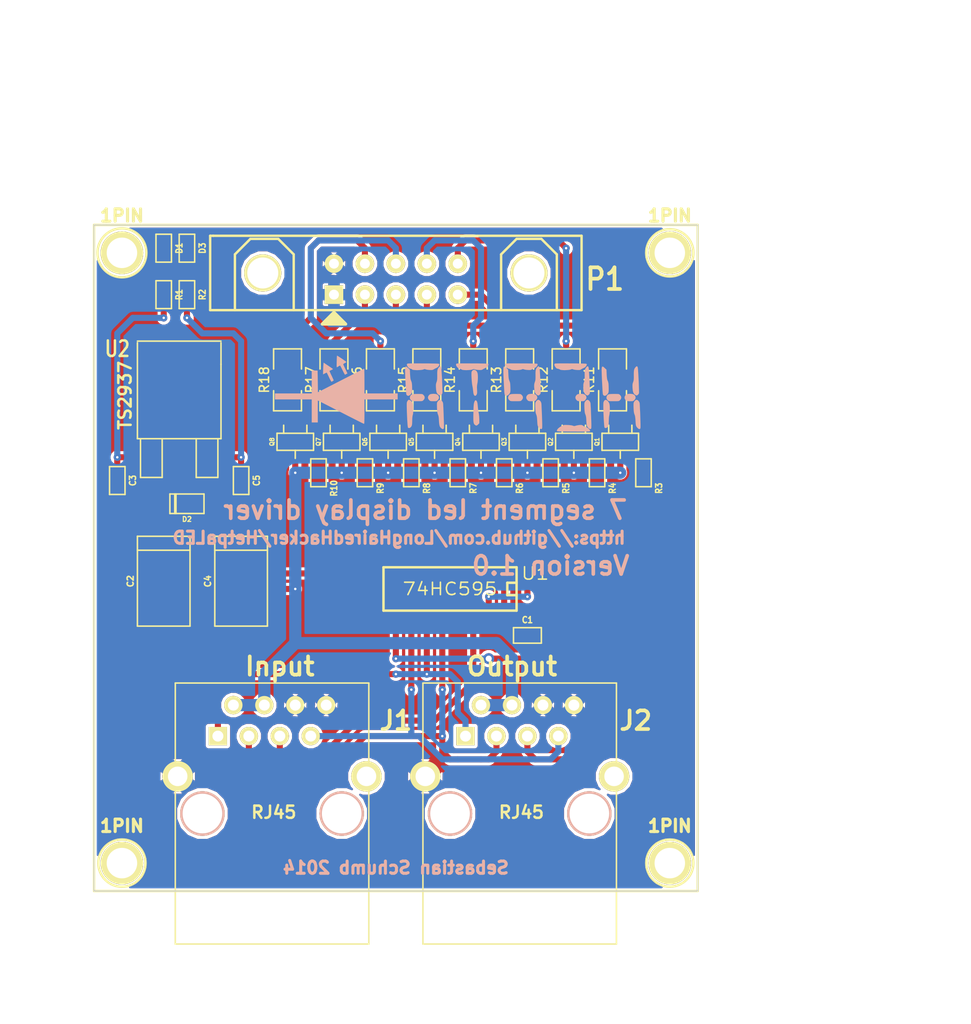
<source format=kicad_pcb>
(kicad_pcb (version 3) (host pcbnew "(2013-may-18)-stable")
  (layers (15 F.Cu signal) (0 B.Cu signal) (18 B.Paste user) (19 F.Paste user) (20 B.SilkS user) (21 F.SilkS user) (22 B.Mask user) (23 F.Mask user) (28 Edge.Cuts user))
  (net 0 "")
  (net 1 +24V)
  (net 2 +5V)
  (net 3 Clock)
  (net 4 Data_In)
  (net 5 Data_Out)
  (net 6 Enable)
  (net 7 FET_1)
  (net 8 FET_2)
  (net 9 FET_3)
  (net 10 FET_4)
  (net 11 FET_5)
  (net 12 FET_6)
  (net 13 FET_7)
  (net 14 FET_8)
  (net 15 GND)
  (net 16 N-000001)
  (net 17 N-0000010)
  (net 18 N-0000011)
  (net 19 N-0000021)
  (net 20 N-0000022)
  (net 21 N-0000024)
  (net 22 N-0000026)
  (net 23 N-000003)
  (net 24 N-0000033)
  (net 25 N-0000034)
  (net 26 N-0000036)
  (net 27 N-0000037)
  (net 28 N-000004)
  (net 29 N-0000041)
  (net 30 N-0000042)
  (net 31 N-000005)
  (net 32 N-000007)
  (net 33 N-000009)
  (net 34 Reset)
  (net 35 SEG_1)
  (net 36 SEG_2)
  (net 37 SEG_3)
  (net 38 SEG_4)
  (net 39 SEG_5)
  (net 40 SEG_6)
  (net 41 SEG_7)
  (net 42 SEG_8)
  (module 1pin (layer F.Cu) (at 101.981 36.576)
    (fp_text reference 1PIN (at 0 -3.048) (layer F.SilkS) (effects (font (size 1.016 1.016) (thickness 0.254))))
    (fp_text value P*** hide)
    (pad 1 thru_hole circle (at 0 0) (size 3.5 3.5) (drill 2.5) (layers *.Cu *.Mask F.SilkS))
  )
  (module 1pin (layer F.Cu) (at 101.981 86.614)
    (fp_text reference 1PIN (at 0 -3.048) (layer F.SilkS) (effects (font (size 1.016 1.016) (thickness 0.254))))
    (fp_text value P*** hide)
    (pad 1 thru_hole circle (at 0 0) (size 3.5 3.5) (drill 2.5) (layers *.Cu *.Mask F.SilkS))
  )
  (module 1pin (layer F.Cu) (at 146.939 86.614)
    (fp_text reference 1PIN (at 0 -3.048) (layer F.SilkS) (effects (font (size 1.016 1.016) (thickness 0.254))))
    (fp_text value P*** hide)
    (pad 1 thru_hole circle (at 0 0) (size 3.5 3.5) (drill 2.5) (layers *.Cu *.Mask F.SilkS))
  )
  (module 1pin (layer F.Cu) (at 146.939 36.576)
    (fp_text reference 1PIN (at 0 -3.048) (layer F.SilkS) (effects (font (size 1.016 1.016) (thickness 0.254))))
    (fp_text value P*** hide)
    (pad 1 thru_hole circle (at 0 0) (size 3.5 3.5) (drill 2.5) (layers *.Cu *.Mask F.SilkS))
  )
  (module HE10-10C (layer F.Cu) (at 124.46 38.735 180)
    (fp_text reference P1 (at -17.145 0 360) (layer F.SilkS) (effects (font (size 1.77546 1.5875) (thickness 0.3048))))
    (fp_text value HE10-10 hide)
    (pad 0 thru_hole circle (at -10.922 0.508 180) (size 3.048 3.048) (drill 2.54) (layers *.Cu *.Mask F.SilkS))
    (pad 0 thru_hole circle (at 10.922 0.508 180) (size 3.048 3.048) (drill 2.54) (layers *.Cu *.Mask F.SilkS))
    (pad 1 thru_hole rect (at 5.08 -1.27 180) (size 1.524 1.524) (drill 0.8128) (layers *.Cu *.Mask F.SilkS) (net 15 GND))
    (pad 2 thru_hole circle (at 5.08 1.27 180) (size 1.524 1.524) (drill 0.8128) (layers *.Cu *.Mask F.SilkS) (net 15 GND))
    (pad 3 thru_hole circle (at 2.54 -1.27 180) (size 1.524 1.524) (drill 0.8128) (layers *.Cu *.Mask F.SilkS) (net 41 SEG_7))
    (pad 4 thru_hole circle (at 2.54 1.27 180) (size 1.524 1.524) (drill 0.8128) (layers *.Cu *.Mask F.SilkS) (net 42 SEG_8))
    (pad 5 thru_hole circle (at 0 -1.27 180) (size 1.524 1.524) (drill 0.8128) (layers *.Cu *.Mask F.SilkS) (net 39 SEG_5))
    (pad 6 thru_hole circle (at 0 1.27 180) (size 1.524 1.524) (drill 0.8128) (layers *.Cu *.Mask F.SilkS) (net 40 SEG_6))
    (pad 7 thru_hole circle (at -2.54 -1.27 180) (size 1.524 1.524) (drill 0.8128) (layers *.Cu *.Mask F.SilkS) (net 37 SEG_3))
    (pad 8 thru_hole circle (at -2.54 1.27 180) (size 1.524 1.524) (drill 0.8128) (layers *.Cu *.Mask F.SilkS) (net 38 SEG_4))
    (pad 9 thru_hole circle (at -5.08 -1.27 180) (size 1.524 1.524) (drill 0.8128) (layers *.Cu *.Mask F.SilkS) (net 35 SEG_1))
    (pad 10 thru_hole circle (at -5.08 1.27 180) (size 1.524 1.524) (drill 0.8128) (layers *.Cu *.Mask F.SilkS) (net 36 SEG_2))
  )
  (module c_tant_D (layer F.Cu) (at 111.76 63.5 90)
    (fp_text reference C4 (at 0 -2.7305 90) (layer F.SilkS) (effects (font (size 0.50038 0.50038) (thickness 0.11938))))
    (fp_text value 10uF hide)
    (pad 1 smd rect (at 2.99974 0 90) (size 2.55016 2.70002) (layers F.Cu F.Paste F.Mask) (net 2 +5V))
    (pad 2 smd rect (at -2.99974 0 90) (size 2.55016 3.79984) (layers F.Cu F.Paste F.Mask) (net 15 GND))
  )
  (module sot23 (layer F.Cu) (at 120.015 52.07 180)
    (fp_text reference Q7 (at 1.905 0 270) (layer F.SilkS) (effects (font (size 0.35 0.35) (thickness 0.0875))))
    (fp_text value NDS355 hide)
    (pad 1 smd rect (at -0.9525 1.05664 180) (size 0.59944 1.00076) (layers F.Cu F.Paste F.Mask) (net 26 N-0000036))
    (pad 2 smd rect (at 0 -1.05664 180) (size 0.59944 1.00076) (layers F.Cu F.Paste F.Mask) (net 1 +24V))
    (pad 3 smd rect (at 0.9525 1.05664 180) (size 0.59944 1.00076) (layers F.Cu F.Paste F.Mask) (net 25 N-0000034))
  )
  (module sot23 (layer F.Cu) (at 142.875 52.07 180)
    (fp_text reference Q1 (at 1.905 0 270) (layer F.SilkS) (effects (font (size 0.35 0.35) (thickness 0.0875))))
    (fp_text value NDS355 hide)
    (pad 1 smd rect (at -0.9525 1.05664 180) (size 0.59944 1.00076) (layers F.Cu F.Paste F.Mask) (net 19 N-0000021))
    (pad 2 smd rect (at 0 -1.05664 180) (size 0.59944 1.00076) (layers F.Cu F.Paste F.Mask) (net 1 +24V))
    (pad 3 smd rect (at 0.9525 1.05664 180) (size 0.59944 1.00076) (layers F.Cu F.Paste F.Mask) (net 18 N-0000011))
  )
  (module sot23 (layer F.Cu) (at 123.825 52.07 180)
    (fp_text reference Q6 (at 1.905 0 270) (layer F.SilkS) (effects (font (size 0.35 0.35) (thickness 0.0875))))
    (fp_text value NDS355 hide)
    (pad 1 smd rect (at -0.9525 1.05664 180) (size 0.59944 1.00076) (layers F.Cu F.Paste F.Mask) (net 24 N-0000033))
    (pad 2 smd rect (at 0 -1.05664 180) (size 0.59944 1.00076) (layers F.Cu F.Paste F.Mask) (net 1 +24V))
    (pad 3 smd rect (at 0.9525 1.05664 180) (size 0.59944 1.00076) (layers F.Cu F.Paste F.Mask) (net 17 N-0000010))
  )
  (module sot23 (layer F.Cu) (at 139.065 52.07 180)
    (fp_text reference Q2 (at 1.905 0 270) (layer F.SilkS) (effects (font (size 0.35 0.35) (thickness 0.0875))))
    (fp_text value NDS355 hide)
    (pad 1 smd rect (at -0.9525 1.05664 180) (size 0.59944 1.00076) (layers F.Cu F.Paste F.Mask) (net 21 N-0000024))
    (pad 2 smd rect (at 0 -1.05664 180) (size 0.59944 1.00076) (layers F.Cu F.Paste F.Mask) (net 1 +24V))
    (pad 3 smd rect (at 0.9525 1.05664 180) (size 0.59944 1.00076) (layers F.Cu F.Paste F.Mask) (net 20 N-0000022))
  )
  (module sot23 (layer F.Cu) (at 116.205 52.07 180)
    (fp_text reference Q8 (at 1.905 0 270) (layer F.SilkS) (effects (font (size 0.35 0.35) (thickness 0.0875))))
    (fp_text value NDS355 hide)
    (pad 1 smd rect (at -0.9525 1.05664 180) (size 0.59944 1.00076) (layers F.Cu F.Paste F.Mask) (net 22 N-0000026))
    (pad 2 smd rect (at 0 -1.05664 180) (size 0.59944 1.00076) (layers F.Cu F.Paste F.Mask) (net 1 +24V))
    (pad 3 smd rect (at 0.9525 1.05664 180) (size 0.59944 1.00076) (layers F.Cu F.Paste F.Mask) (net 27 N-0000037))
  )
  (module sot23 (layer F.Cu) (at 135.255 52.07 180)
    (fp_text reference Q3 (at 1.905 0 270) (layer F.SilkS) (effects (font (size 0.35 0.35) (thickness 0.0875))))
    (fp_text value NDS355 hide)
    (pad 1 smd rect (at -0.9525 1.05664 180) (size 0.59944 1.00076) (layers F.Cu F.Paste F.Mask) (net 28 N-000004))
    (pad 2 smd rect (at 0 -1.05664 180) (size 0.59944 1.00076) (layers F.Cu F.Paste F.Mask) (net 1 +24V))
    (pad 3 smd rect (at 0.9525 1.05664 180) (size 0.59944 1.00076) (layers F.Cu F.Paste F.Mask) (net 23 N-000003))
  )
  (module sot23 (layer F.Cu) (at 131.445 52.07 180)
    (fp_text reference Q4 (at 1.905 0 270) (layer F.SilkS) (effects (font (size 0.35 0.35) (thickness 0.0875))))
    (fp_text value NDS355 hide)
    (pad 1 smd rect (at -0.9525 1.05664 180) (size 0.59944 1.00076) (layers F.Cu F.Paste F.Mask) (net 16 N-000001))
    (pad 2 smd rect (at 0 -1.05664 180) (size 0.59944 1.00076) (layers F.Cu F.Paste F.Mask) (net 1 +24V))
    (pad 3 smd rect (at 0.9525 1.05664 180) (size 0.59944 1.00076) (layers F.Cu F.Paste F.Mask) (net 31 N-000005))
  )
  (module sot23 (layer F.Cu) (at 127.635 52.07 180)
    (fp_text reference Q5 (at 1.905 0 270) (layer F.SilkS) (effects (font (size 0.35 0.35) (thickness 0.0875))))
    (fp_text value NDS355 hide)
    (pad 1 smd rect (at -0.9525 1.05664 180) (size 0.59944 1.00076) (layers F.Cu F.Paste F.Mask) (net 33 N-000009))
    (pad 2 smd rect (at 0 -1.05664 180) (size 0.59944 1.00076) (layers F.Cu F.Paste F.Mask) (net 1 +24V))
    (pad 3 smd rect (at 0.9525 1.05664 180) (size 0.59944 1.00076) (layers F.Cu F.Paste F.Mask) (net 32 N-000007))
  )
  (module sod123 (layer F.Cu) (at 107.315 57.15 180)
    (fp_text reference D2 (at 0 -1.27 180) (layer F.SilkS) (effects (font (size 0.39878 0.39878) (thickness 0.09906))))
    (fp_text value BAT42W hide)
    (pad 2 smd rect (at 1.67386 0 180) (size 0.8509 0.8509) (layers F.Cu F.Paste F.Mask) (net 1 +24V))
    (pad 1 smd rect (at -1.67386 0 180) (size 0.8509 0.8509) (layers F.Cu F.Paste F.Mask) (net 2 +5V))
  )
  (module SO16E (layer F.Cu) (at 128.905 64.135 180)
    (fp_text reference U1 (at -6.985 1.27 180) (layer F.SilkS) (effects (font (size 1.016 1.143) (thickness 0.127))))
    (fp_text value 74HC595 (at 0 0 180) (layer F.SilkS) (effects (font (size 1.016 1.143) (thickness 0.127))))
    (pad 1 smd rect (at -4.445 2.54 180) (size 0.508 1.143) (layers F.Cu F.Paste F.Mask) (net 8 FET_2))
    (pad 2 smd rect (at -3.175 2.54 180) (size 0.508 1.143) (layers F.Cu F.Paste F.Mask) (net 9 FET_3))
    (pad 3 smd rect (at -1.905 2.54 180) (size 0.508 1.143) (layers F.Cu F.Paste F.Mask) (net 10 FET_4))
    (pad 4 smd rect (at -0.635 2.54 180) (size 0.508 1.143) (layers F.Cu F.Paste F.Mask) (net 11 FET_5))
    (pad 5 smd rect (at 0.635 2.54 180) (size 0.508 1.143) (layers F.Cu F.Paste F.Mask) (net 12 FET_6))
    (pad 6 smd rect (at 1.905 2.54 180) (size 0.508 1.143) (layers F.Cu F.Paste F.Mask) (net 13 FET_7))
    (pad 7 smd rect (at 3.175 2.54 180) (size 0.508 1.143) (layers F.Cu F.Paste F.Mask) (net 14 FET_8))
    (pad 8 smd rect (at 4.445 2.54 180) (size 0.508 1.143) (layers F.Cu F.Paste F.Mask) (net 15 GND))
    (pad 9 smd rect (at 4.445 -2.54 180) (size 0.508 1.143) (layers F.Cu F.Paste F.Mask) (net 5 Data_Out))
    (pad 10 smd rect (at 3.175 -2.54 180) (size 0.508 1.143) (layers F.Cu F.Paste F.Mask) (net 34 Reset))
    (pad 11 smd rect (at 1.905 -2.54 180) (size 0.508 1.143) (layers F.Cu F.Paste F.Mask) (net 3 Clock))
    (pad 12 smd rect (at 0.635 -2.54 180) (size 0.508 1.143) (layers F.Cu F.Paste F.Mask) (net 6 Enable))
    (pad 13 smd rect (at -0.635 -2.54 180) (size 0.508 1.143) (layers F.Cu F.Paste F.Mask) (net 15 GND))
    (pad 14 smd rect (at -1.905 -2.54 180) (size 0.508 1.143) (layers F.Cu F.Paste F.Mask) (net 4 Data_In))
    (pad 15 smd rect (at -3.175 -2.54 180) (size 0.508 1.143) (layers F.Cu F.Paste F.Mask) (net 7 FET_1))
    (pad 16 smd rect (at -4.445 -2.54 180) (size 0.508 1.143) (layers F.Cu F.Paste F.Mask) (net 2 +5V))
  )
  (module SM1206 (layer F.Cu) (at 130.81 46.99 90)
    (fp_text reference R14 (at 0 -1.905 90) (layer F.SilkS) (effects (font (size 0.762 0.762) (thickness 0.127))))
    (fp_text value 160 hide)
    (pad 1 smd rect (at -1.651 0 90) (size 1.524 2.032) (layers F.Cu F.Paste F.Mask) (net 31 N-000005))
    (pad 2 smd rect (at 1.651 0 90) (size 1.524 2.032) (layers F.Cu F.Paste F.Mask) (net 38 SEG_4))
  )
  (module SM1206 (layer F.Cu) (at 123.19 46.99 90)
    (fp_text reference R16 (at 0 -1.905 90) (layer F.SilkS) (effects (font (size 0.762 0.762) (thickness 0.127))))
    (fp_text value 160 hide)
    (pad 1 smd rect (at -1.651 0 90) (size 1.524 2.032) (layers F.Cu F.Paste F.Mask) (net 17 N-0000010))
    (pad 2 smd rect (at 1.651 0 90) (size 1.524 2.032) (layers F.Cu F.Paste F.Mask) (net 40 SEG_6))
  )
  (module SM1206 (layer F.Cu) (at 127 46.99 90)
    (fp_text reference R15 (at 0 -1.905 90) (layer F.SilkS) (effects (font (size 0.762 0.762) (thickness 0.127))))
    (fp_text value 160 hide)
    (pad 1 smd rect (at -1.651 0 90) (size 1.524 2.032) (layers F.Cu F.Paste F.Mask) (net 32 N-000007))
    (pad 2 smd rect (at 1.651 0 90) (size 1.524 2.032) (layers F.Cu F.Paste F.Mask) (net 39 SEG_5))
  )
  (module SM1206 (layer F.Cu) (at 119.38 46.99 90)
    (fp_text reference R17 (at 0 -1.905 90) (layer F.SilkS) (effects (font (size 0.762 0.762) (thickness 0.127))))
    (fp_text value 470 hide)
    (pad 1 smd rect (at -1.651 0 90) (size 1.524 2.032) (layers F.Cu F.Paste F.Mask) (net 25 N-0000034))
    (pad 2 smd rect (at 1.651 0 90) (size 1.524 2.032) (layers F.Cu F.Paste F.Mask) (net 41 SEG_7))
  )
  (module SM1206 (layer F.Cu) (at 134.62 46.99 90)
    (fp_text reference R13 (at 0 -1.905 90) (layer F.SilkS) (effects (font (size 0.762 0.762) (thickness 0.127))))
    (fp_text value 160 hide)
    (pad 1 smd rect (at -1.651 0 90) (size 1.524 2.032) (layers F.Cu F.Paste F.Mask) (net 23 N-000003))
    (pad 2 smd rect (at 1.651 0 90) (size 1.524 2.032) (layers F.Cu F.Paste F.Mask) (net 37 SEG_3))
  )
  (module SM1206 (layer F.Cu) (at 138.43 46.99 90)
    (fp_text reference R12 (at 0 -1.905 90) (layer F.SilkS) (effects (font (size 0.762 0.762) (thickness 0.127))))
    (fp_text value 160 hide)
    (pad 1 smd rect (at -1.651 0 90) (size 1.524 2.032) (layers F.Cu F.Paste F.Mask) (net 20 N-0000022))
    (pad 2 smd rect (at 1.651 0 90) (size 1.524 2.032) (layers F.Cu F.Paste F.Mask) (net 36 SEG_2))
  )
  (module SM1206 (layer F.Cu) (at 142.24 46.99 90)
    (fp_text reference R11 (at 0 -1.905 90) (layer F.SilkS) (effects (font (size 0.762 0.762) (thickness 0.127))))
    (fp_text value 160 hide)
    (pad 1 smd rect (at -1.651 0 90) (size 1.524 2.032) (layers F.Cu F.Paste F.Mask) (net 18 N-0000011))
    (pad 2 smd rect (at 1.651 0 90) (size 1.524 2.032) (layers F.Cu F.Paste F.Mask) (net 35 SEG_1))
  )
  (module SM1206 (layer F.Cu) (at 115.57 46.99 90)
    (fp_text reference R18 (at 0 -1.905 90) (layer F.SilkS) (effects (font (size 0.762 0.762) (thickness 0.127))))
    (fp_text value 470 hide)
    (pad 1 smd rect (at -1.651 0 90) (size 1.524 2.032) (layers F.Cu F.Paste F.Mask) (net 27 N-0000037))
    (pad 2 smd rect (at 1.651 0 90) (size 1.524 2.032) (layers F.Cu F.Paste F.Mask) (net 42 SEG_8))
  )
  (module SM0603 (layer F.Cu) (at 107.315 40.005 90)
    (fp_text reference R2 (at 0 1.27 90) (layer F.SilkS) (effects (font (size 0.508 0.4572) (thickness 0.1143))))
    (fp_text value 1k hide)
    (pad 1 smd rect (at -0.762 0 90) (size 0.635 1.143) (layers F.Cu F.Paste F.Mask) (net 2 +5V))
    (pad 2 smd rect (at 0.762 0 90) (size 0.635 1.143) (layers F.Cu F.Paste F.Mask) (net 30 N-0000042))
  )
  (module SM0603 (layer F.Cu) (at 144.78 54.61 270)
    (fp_text reference R3 (at 1.27 -1.27 270) (layer F.SilkS) (effects (font (size 0.508 0.4572) (thickness 0.1143))))
    (fp_text value 200 hide)
    (pad 1 smd rect (at -0.762 0 270) (size 0.635 1.143) (layers F.Cu F.Paste F.Mask) (net 19 N-0000021))
    (pad 2 smd rect (at 0.762 0 270) (size 0.635 1.143) (layers F.Cu F.Paste F.Mask) (net 7 FET_1))
  )
  (module SM0603 (layer F.Cu) (at 101.6 55.245 270)
    (fp_text reference C3 (at 0 -1.27 270) (layer F.SilkS) (effects (font (size 0.508 0.4572) (thickness 0.1143))))
    (fp_text value 100nF hide)
    (pad 1 smd rect (at -0.762 0 270) (size 0.635 1.143) (layers F.Cu F.Paste F.Mask) (net 1 +24V))
    (pad 2 smd rect (at 0.762 0 270) (size 0.635 1.143) (layers F.Cu F.Paste F.Mask) (net 15 GND))
  )
  (module SM0603 (layer F.Cu) (at 140.97 54.61 270)
    (fp_text reference R4 (at 1.27 -1.27 270) (layer F.SilkS) (effects (font (size 0.508 0.4572) (thickness 0.1143))))
    (fp_text value 200 hide)
    (pad 1 smd rect (at -0.762 0 270) (size 0.635 1.143) (layers F.Cu F.Paste F.Mask) (net 21 N-0000024))
    (pad 2 smd rect (at 0.762 0 270) (size 0.635 1.143) (layers F.Cu F.Paste F.Mask) (net 8 FET_2))
  )
  (module SM0603 (layer F.Cu) (at 137.16 54.61 270)
    (fp_text reference R5 (at 1.27 -1.27 270) (layer F.SilkS) (effects (font (size 0.508 0.4572) (thickness 0.1143))))
    (fp_text value 200 hide)
    (pad 1 smd rect (at -0.762 0 270) (size 0.635 1.143) (layers F.Cu F.Paste F.Mask) (net 28 N-000004))
    (pad 2 smd rect (at 0.762 0 270) (size 0.635 1.143) (layers F.Cu F.Paste F.Mask) (net 9 FET_3))
  )
  (module SM0603 (layer F.Cu) (at 133.35 54.61 270)
    (fp_text reference R6 (at 1.27 -1.27 270) (layer F.SilkS) (effects (font (size 0.508 0.4572) (thickness 0.1143))))
    (fp_text value 200 hide)
    (pad 1 smd rect (at -0.762 0 270) (size 0.635 1.143) (layers F.Cu F.Paste F.Mask) (net 16 N-000001))
    (pad 2 smd rect (at 0.762 0 270) (size 0.635 1.143) (layers F.Cu F.Paste F.Mask) (net 10 FET_4))
  )
  (module SM0603 (layer F.Cu) (at 107.315 36.195 90)
    (fp_text reference D3 (at 0 1.27 90) (layer F.SilkS) (effects (font (size 0.508 0.4572) (thickness 0.1143))))
    (fp_text value LED hide)
    (pad 1 smd rect (at -0.762 0 90) (size 0.635 1.143) (layers F.Cu F.Paste F.Mask) (net 30 N-0000042))
    (pad 2 smd rect (at 0.762 0 90) (size 0.635 1.143) (layers F.Cu F.Paste F.Mask) (net 15 GND))
  )
  (module SM0603 (layer F.Cu) (at 105.41 40.005 90)
    (fp_text reference R1 (at 0 1.27 90) (layer F.SilkS) (effects (font (size 0.508 0.4572) (thickness 0.1143))))
    (fp_text value 1k hide)
    (pad 1 smd rect (at -0.762 0 90) (size 0.635 1.143) (layers F.Cu F.Paste F.Mask) (net 1 +24V))
    (pad 2 smd rect (at 0.762 0 90) (size 0.635 1.143) (layers F.Cu F.Paste F.Mask) (net 29 N-0000041))
  )
  (module SM0603 (layer F.Cu) (at 129.54 54.61 270)
    (fp_text reference R7 (at 1.27 -1.27 270) (layer F.SilkS) (effects (font (size 0.508 0.4572) (thickness 0.1143))))
    (fp_text value 200 hide)
    (pad 1 smd rect (at -0.762 0 270) (size 0.635 1.143) (layers F.Cu F.Paste F.Mask) (net 33 N-000009))
    (pad 2 smd rect (at 0.762 0 270) (size 0.635 1.143) (layers F.Cu F.Paste F.Mask) (net 11 FET_5))
  )
  (module SM0603 (layer F.Cu) (at 105.41 36.195 90)
    (fp_text reference D1 (at 0 1.27 90) (layer F.SilkS) (effects (font (size 0.508 0.4572) (thickness 0.1143))))
    (fp_text value LED hide)
    (pad 1 smd rect (at -0.762 0 90) (size 0.635 1.143) (layers F.Cu F.Paste F.Mask) (net 29 N-0000041))
    (pad 2 smd rect (at 0.762 0 90) (size 0.635 1.143) (layers F.Cu F.Paste F.Mask) (net 15 GND))
  )
  (module SM0603 (layer F.Cu) (at 135.255 67.945)
    (fp_text reference C1 (at 0 -1.27) (layer F.SilkS) (effects (font (size 0.508 0.4572) (thickness 0.1143))))
    (fp_text value 100n hide)
    (pad 1 smd rect (at -0.762 0) (size 0.635 1.143) (layers F.Cu F.Paste F.Mask) (net 2 +5V))
    (pad 2 smd rect (at 0.762 0) (size 0.635 1.143) (layers F.Cu F.Paste F.Mask) (net 15 GND))
  )
  (module SM0603 (layer F.Cu) (at 125.73 54.61 270)
    (fp_text reference R8 (at 1.27 -1.27 270) (layer F.SilkS) (effects (font (size 0.508 0.4572) (thickness 0.1143))))
    (fp_text value 200 hide)
    (pad 1 smd rect (at -0.762 0 270) (size 0.635 1.143) (layers F.Cu F.Paste F.Mask) (net 24 N-0000033))
    (pad 2 smd rect (at 0.762 0 270) (size 0.635 1.143) (layers F.Cu F.Paste F.Mask) (net 12 FET_6))
  )
  (module SM0603 (layer F.Cu) (at 118.11 54.61 270)
    (fp_text reference R10 (at 1.27 -1.27 270) (layer F.SilkS) (effects (font (size 0.508 0.4572) (thickness 0.1143))))
    (fp_text value 200 hide)
    (pad 1 smd rect (at -0.762 0 270) (size 0.635 1.143) (layers F.Cu F.Paste F.Mask) (net 22 N-0000026))
    (pad 2 smd rect (at 0.762 0 270) (size 0.635 1.143) (layers F.Cu F.Paste F.Mask) (net 14 FET_8))
  )
  (module SM0603 (layer F.Cu) (at 121.92 54.61 270)
    (fp_text reference R9 (at 1.27 -1.27 270) (layer F.SilkS) (effects (font (size 0.508 0.4572) (thickness 0.1143))))
    (fp_text value 200 hide)
    (pad 1 smd rect (at -0.762 0 270) (size 0.635 1.143) (layers F.Cu F.Paste F.Mask) (net 26 N-0000036))
    (pad 2 smd rect (at 0.762 0 270) (size 0.635 1.143) (layers F.Cu F.Paste F.Mask) (net 13 FET_7))
  )
  (module RJ45_MEBP_8-8G (layer F.Cu) (at 114.3 82.55)
    (fp_text reference J1 (at 10.16 -7.62) (layer F.SilkS) (effects (font (size 1.524 1.524) (thickness 0.3048))))
    (fp_text value RJ45 (at 0.14224 -0.1016) (layer F.SilkS) (effects (font (size 1.00076 1.00076) (thickness 0.2032))))
    (pad "" np_thru_hole circle (at 5.715 0) (size 3.64998 3.64998) (drill 3.2512) (layers *.Cu *.SilkS *.Mask))
    (pad "" np_thru_hole circle (at -5.715 0) (size 3.64998 3.64998) (drill 3.2512) (layers *.Cu *.SilkS *.Mask))
    (pad 1 thru_hole rect (at -4.445 -6.35) (size 1.50114 1.50114) (drill 0.89916) (layers *.Cu *.Mask F.SilkS) (net 3 Clock))
    (pad 2 thru_hole circle (at -3.175 -8.89) (size 1.50114 1.50114) (drill 0.89916) (layers *.Cu *.Mask F.SilkS) (net 1 +24V))
    (pad 3 thru_hole circle (at -1.905 -6.35) (size 1.50114 1.50114) (drill 0.89916) (layers *.Cu *.Mask F.SilkS) (net 6 Enable))
    (pad 4 thru_hole circle (at -0.635 -8.89) (size 1.50114 1.50114) (drill 0.89916) (layers *.Cu *.Mask F.SilkS) (net 1 +24V))
    (pad 5 thru_hole circle (at 0.635 -6.35) (size 1.50114 1.50114) (drill 0.89916) (layers *.Cu *.Mask F.SilkS) (net 4 Data_In))
    (pad 6 thru_hole circle (at 1.905 -8.89) (size 1.50114 1.50114) (drill 0.89916) (layers *.Cu *.Mask F.SilkS) (net 15 GND))
    (pad 7 thru_hole circle (at 3.175 -6.35) (size 1.50114 1.50114) (drill 0.89916) (layers *.Cu *.Mask F.SilkS) (net 34 Reset))
    (pad 8 thru_hole circle (at 4.445 -8.89) (size 1.50114 1.50114) (drill 0.89916) (layers *.Cu *.Mask F.SilkS) (net 15 GND))
    (pad 9 thru_hole circle (at -7.745 -3.05) (size 2.5 2.5) (drill 1.6) (layers *.Cu *.Mask F.SilkS) (net 15 GND))
    (pad 10 thru_hole circle (at 7.747 -3.05) (size 2.5 2.5) (drill 1.6) (layers *.Cu *.Mask F.SilkS))
  )
  (module RJ45_MEBP_8-8G (layer F.Cu) (at 134.62 82.55)
    (fp_text reference J2 (at 9.525 -7.62) (layer F.SilkS) (effects (font (size 1.524 1.524) (thickness 0.3048))))
    (fp_text value RJ45 (at 0.14224 -0.1016) (layer F.SilkS) (effects (font (size 1.00076 1.00076) (thickness 0.2032))))
    (pad "" np_thru_hole circle (at 5.715 0) (size 3.64998 3.64998) (drill 3.2512) (layers *.Cu *.SilkS *.Mask))
    (pad "" np_thru_hole circle (at -5.715 0) (size 3.64998 3.64998) (drill 3.2512) (layers *.Cu *.SilkS *.Mask))
    (pad 1 thru_hole rect (at -4.445 -6.35) (size 1.50114 1.50114) (drill 0.89916) (layers *.Cu *.Mask F.SilkS) (net 3 Clock))
    (pad 2 thru_hole circle (at -3.175 -8.89) (size 1.50114 1.50114) (drill 0.89916) (layers *.Cu *.Mask F.SilkS) (net 1 +24V))
    (pad 3 thru_hole circle (at -1.905 -6.35) (size 1.50114 1.50114) (drill 0.89916) (layers *.Cu *.Mask F.SilkS) (net 6 Enable))
    (pad 4 thru_hole circle (at -0.635 -8.89) (size 1.50114 1.50114) (drill 0.89916) (layers *.Cu *.Mask F.SilkS) (net 1 +24V))
    (pad 5 thru_hole circle (at 0.635 -6.35) (size 1.50114 1.50114) (drill 0.89916) (layers *.Cu *.Mask F.SilkS) (net 5 Data_Out))
    (pad 6 thru_hole circle (at 1.905 -8.89) (size 1.50114 1.50114) (drill 0.89916) (layers *.Cu *.Mask F.SilkS) (net 15 GND))
    (pad 7 thru_hole circle (at 3.175 -6.35) (size 1.50114 1.50114) (drill 0.89916) (layers *.Cu *.Mask F.SilkS) (net 34 Reset))
    (pad 8 thru_hole circle (at 4.445 -8.89) (size 1.50114 1.50114) (drill 0.89916) (layers *.Cu *.Mask F.SilkS) (net 15 GND))
    (pad 9 thru_hole circle (at -7.745 -3.05) (size 2.5 2.5) (drill 1.6) (layers *.Cu *.Mask F.SilkS) (net 15 GND))
    (pad 10 thru_hole circle (at 7.747 -3.05) (size 2.5 2.5) (drill 1.6) (layers *.Cu *.Mask F.SilkS))
  )
  (module DPAK2 (layer F.Cu) (at 106.68 53.34)
    (fp_text reference U2 (at -5.08 -8.89) (layer F.SilkS) (effects (font (size 1.27 1.016) (thickness 0.2032))))
    (fp_text value TS2937 (at -4.445 -5.08 90) (layer F.SilkS) (effects (font (size 1.016 1.016) (thickness 0.2032))))
    (pad 1 smd rect (at -2.286 0) (size 1.651 3.048) (layers F.Cu F.Paste F.Mask) (net 1 +24V))
    (pad 2 smd rect (at 0 -6.35) (size 6.096 6.096) (layers F.Cu F.Paste F.Mask) (net 15 GND))
    (pad 3 smd rect (at 2.286 0) (size 1.651 3.048) (layers F.Cu F.Paste F.Mask) (net 2 +5V))
  )
  (module c_tant_D (layer F.Cu) (at 105.41 63.5 90)
    (fp_text reference C2 (at 0 -2.7305 90) (layer F.SilkS) (effects (font (size 0.50038 0.50038) (thickness 0.11938))))
    (fp_text value 10uF hide)
    (pad 1 smd rect (at 2.99974 0 90) (size 2.55016 2.70002) (layers F.Cu F.Paste F.Mask) (net 1 +24V))
    (pad 2 smd rect (at -2.99974 0 90) (size 2.55016 3.79984) (layers F.Cu F.Paste F.Mask) (net 15 GND))
  )
  (module SM0603 (layer F.Cu) (at 111.76 55.245 270)
    (fp_text reference C5 (at 0 -1.27 270) (layer F.SilkS) (effects (font (size 0.508 0.4572) (thickness 0.1143))))
    (fp_text value 100nF hide)
    (pad 1 smd rect (at -0.762 0 270) (size 0.635 1.143) (layers F.Cu F.Paste F.Mask) (net 2 +5V))
    (pad 2 smd rect (at 0.762 0 270) (size 0.635 1.143) (layers F.Cu F.Paste F.Mask) (net 15 GND))
  )
  (module logo_silkbot_30_00mm (layer B.Cu) (at 129.54 48.133)
    (fp_text reference G*** hide)
    (fp_text value logo_silkbot_30_00mm hide)
  )
  (gr_line (start 149.225 88.9) (end 149.225 34.29) (angle 90) (layer F.SilkS) (width 0.2))
  (gr_line (start 99.695 88.9) (end 149.225 88.9) (angle 90) (layer F.SilkS) (width 0.2))
  (gr_line (start 99.695 34.29) (end 99.695 88.9) (angle 90) (layer F.SilkS) (width 0.2))
  (gr_line (start 149.225 34.29) (end 99.695 34.29) (angle 90) (layer F.SilkS) (width 0.2))
  (gr_text "Version 1.0" (at 137.16 62.23) (layer B.SilkS) (effects (font (size 1.5 1.5) (thickness 0.3)) (justify mirror)))
  (gr_text "Sebastian Schumb 2014" (at 124.46 86.995) (layer B.SilkS) (effects (font (size 1 1) (thickness 0.25)) (justify mirror)))
  (gr_text Output (at 133.985 70.485) (layer F.SilkS) (effects (font (size 1.5 1.5) (thickness 0.3))))
  (gr_text Input (at 114.935 70.485) (layer F.SilkS) (effects (font (size 1.5 1.5) (thickness 0.3))))
  (gr_text https://github.com/LongHairedHacker/HetpaLED (at 124.714 59.944) (layer B.SilkS) (effects (font (size 1 1) (thickness 0.25)) (justify mirror)))
  (gr_text "7 segment led display driver" (at 126.873 57.658) (layer B.SilkS) (effects (font (size 1.5 1.5) (thickness 0.3)) (justify mirror)))
  (gr_line (start 99.695 34.29) (end 149.225 34.29) (angle 90) (layer Edge.Cuts) (width 0.1))
  (gr_line (start 99.695 88.9) (end 99.695 34.29) (angle 90) (layer Edge.Cuts) (width 0.1))
  (gr_line (start 149.225 88.9) (end 99.695 88.9) (angle 90) (layer Edge.Cuts) (width 0.1))
  (gr_line (start 149.225 34.29) (end 149.225 88.9) (angle 90) (layer Edge.Cuts) (width 0.1))
  (segment (start 105.41 40.767) (end 105.41 41.91) (width 0.5) (layer F.Cu) (net 1))
  (via (at 105.41 41.91) (size 0.6) (drill 0.2) (layers F.Cu B.Cu) (net 1))
  (segment (start 102.87 41.91) (end 105.41 41.91) (width 0.5) (layer B.Cu) (net 1))
  (segment (start 101.6 43.18) (end 102.87 41.91) (width 0.5) (layer B.Cu) (net 1))
  (segment (start 101.6 43.18) (end 101.6 53.34) (width 0.5) (layer B.Cu) (net 1))
  (via (at 101.6 53.34) (size 0.6) (drill 0.2) (layers F.Cu B.Cu) (net 1))
  (segment (start 116.205 68.58) (end 132.715 68.58) (width 1) (layer B.Cu) (net 1))
  (via (at 116.205 64.135) (size 0.6) (drill 0.2) (layers F.Cu B.Cu) (net 1))
  (segment (start 116.205 64.135) (end 106.045 64.135) (width 0.5) (layer F.Cu) (net 1))
  (segment (start 105.41 63.5) (end 106.045 64.135) (width 0.5) (layer F.Cu) (net 1))
  (segment (start 105.41 63.5) (end 105.41 60.50026) (width 0.5) (layer F.Cu) (net 1))
  (segment (start 105.64114 57.15) (end 105.64114 58.18886) (width 0.5) (layer F.Cu) (net 1))
  (segment (start 105.41 58.42) (end 105.41 60.50026) (width 0.5) (layer F.Cu) (net 1))
  (segment (start 105.64114 58.18886) (end 105.41 58.42) (width 0.5) (layer F.Cu) (net 1))
  (segment (start 105.64114 57.15) (end 105.64114 56.11114) (width 0.5) (layer F.Cu) (net 1))
  (segment (start 104.394 54.864) (end 105.41 55.88) (width 0.5) (layer F.Cu) (net 1))
  (segment (start 104.394 54.864) (end 104.394 53.34) (width 0.5) (layer F.Cu) (net 1))
  (segment (start 105.64114 56.11114) (end 105.41 55.88) (width 0.5) (layer F.Cu) (net 1))
  (segment (start 101.6 54.483) (end 101.6 53.34) (width 0.5) (layer F.Cu) (net 1))
  (segment (start 101.6 53.34) (end 104.394 53.34) (width 0.5) (layer F.Cu) (net 1))
  (segment (start 133.985 73.66) (end 133.985 69.85) (width 1) (layer B.Cu) (net 1))
  (segment (start 133.985 69.85) (end 132.715 68.58) (width 1) (layer B.Cu) (net 1))
  (segment (start 116.205 68.58) (end 116.205 68.58) (width 1) (layer B.Cu) (net 1))
  (segment (start 116.205 68.58) (end 116.205 66.675) (width 1) (layer B.Cu) (net 1))
  (segment (start 113.665 71.12) (end 116.205 68.58) (width 1) (layer B.Cu) (net 1))
  (segment (start 113.665 71.12) (end 113.665 71.12) (width 1) (layer B.Cu) (net 1))
  (segment (start 113.665 71.12) (end 113.665 73.66) (width 1) (layer B.Cu) (net 1))
  (segment (start 116.205 66.675) (end 116.205 64.135) (width 1) (layer B.Cu) (net 1))
  (segment (start 116.205 64.135) (end 116.205 63.5) (width 1) (layer B.Cu) (net 1))
  (segment (start 116.205 63.5) (end 116.205 54.61) (width 1) (layer B.Cu) (net 1))
  (segment (start 131.445 73.66) (end 133.985 73.66) (width 1) (layer B.Cu) (net 1))
  (segment (start 111.125 73.66) (end 113.665 73.66) (width 1) (layer B.Cu) (net 1))
  (segment (start 135.255 53.12664) (end 135.255 54.61) (width 0.5) (layer F.Cu) (net 1))
  (via (at 135.255 54.61) (size 0.6) (drill 0.2) (layers F.Cu B.Cu) (net 1))
  (via (at 142.875 54.61) (size 0.6) (drill 0.2) (layers F.Cu B.Cu) (net 1))
  (segment (start 139.065 54.61) (end 142.875 54.61) (width 1) (layer B.Cu) (net 1))
  (segment (start 142.875 54.61) (end 142.875 53.12664) (width 0.5) (layer F.Cu) (net 1))
  (segment (start 139.065 53.12664) (end 139.065 54.61) (width 0.5) (layer F.Cu) (net 1))
  (via (at 139.065 54.61) (size 0.6) (drill 0.2) (layers F.Cu B.Cu) (net 1))
  (via (at 131.445 54.61) (size 0.6) (drill 0.2) (layers F.Cu B.Cu) (net 1))
  (segment (start 131.445 54.61) (end 131.445 53.12664) (width 0.5) (layer F.Cu) (net 1))
  (via (at 127.635 54.61) (size 0.6) (drill 0.2) (layers F.Cu B.Cu) (net 1))
  (segment (start 127.635 53.12664) (end 127.635 54.61) (width 0.5) (layer F.Cu) (net 1))
  (via (at 123.825 54.61) (size 0.6) (drill 0.2) (layers F.Cu B.Cu) (net 1))
  (segment (start 123.825 54.61) (end 123.825 53.12664) (width 0.5) (layer F.Cu) (net 1))
  (segment (start 120.015 53.12664) (end 120.015 54.61) (width 0.5) (layer F.Cu) (net 1))
  (via (at 120.015 54.61) (size 0.6) (drill 0.2) (layers F.Cu B.Cu) (net 1))
  (via (at 116.205 54.61) (size 0.6) (drill 0.2) (layers F.Cu B.Cu) (net 1))
  (segment (start 116.205 54.61) (end 116.205 53.12664) (width 0.5) (layer F.Cu) (net 1))
  (segment (start 139.065 54.61) (end 135.255 54.61) (width 1) (layer B.Cu) (net 1))
  (segment (start 135.255 54.61) (end 131.445 54.61) (width 1) (layer B.Cu) (net 1))
  (segment (start 131.445 54.61) (end 127.635 54.61) (width 1) (layer B.Cu) (net 1))
  (segment (start 127.635 54.61) (end 123.825 54.61) (width 1) (layer B.Cu) (net 1))
  (segment (start 123.825 54.61) (end 120.015 54.61) (width 1) (layer B.Cu) (net 1))
  (segment (start 120.015 54.61) (end 116.205 54.61) (width 1) (layer B.Cu) (net 1))
  (segment (start 107.315 40.767) (end 107.315 41.91) (width 0.5) (layer F.Cu) (net 2))
  (via (at 107.315 41.91) (size 0.6) (drill 0.2) (layers F.Cu B.Cu) (net 2))
  (segment (start 107.315 41.91) (end 108.585 43.18) (width 0.5) (layer B.Cu) (net 2))
  (segment (start 108.585 43.18) (end 111.125 43.18) (width 0.5) (layer B.Cu) (net 2))
  (segment (start 111.125 43.18) (end 111.76 43.815) (width 0.5) (layer B.Cu) (net 2))
  (via (at 111.76 53.34) (size 0.6) (drill 0.2) (layers F.Cu B.Cu) (net 2))
  (segment (start 111.76 43.815) (end 111.76 53.34) (width 0.5) (layer B.Cu) (net 2))
  (segment (start 134.493 67.945) (end 133.985 67.945) (width 0.5) (layer F.Cu) (net 2))
  (segment (start 133.35 67.31) (end 133.985 67.945) (width 0.5) (layer F.Cu) (net 2))
  (segment (start 133.35 67.31) (end 133.35 66.675) (width 0.5) (layer F.Cu) (net 2))
  (segment (start 133.35 66.675) (end 133.35 64.135) (width 0.5) (layer F.Cu) (net 2))
  (segment (start 132.715 63.5) (end 133.35 64.135) (width 0.5) (layer F.Cu) (net 2))
  (segment (start 112.395 62.865) (end 123.19 62.865) (width 0.5) (layer F.Cu) (net 2))
  (segment (start 111.76 62.23) (end 112.395 62.865) (width 0.5) (layer F.Cu) (net 2))
  (segment (start 111.76 62.23) (end 111.76 60.50026) (width 0.5) (layer F.Cu) (net 2))
  (segment (start 123.19 62.865) (end 123.825 63.5) (width 0.5) (layer F.Cu) (net 2))
  (segment (start 123.825 63.5) (end 132.715 63.5) (width 0.5) (layer F.Cu) (net 2))
  (segment (start 111.76 53.34) (end 111.76 54.483) (width 0.5) (layer F.Cu) (net 2))
  (segment (start 108.966 53.34) (end 111.76 53.34) (width 0.5) (layer F.Cu) (net 2))
  (segment (start 111.76 53.34) (end 111.76 53.34) (width 0.5) (layer F.Cu) (net 2))
  (segment (start 108.98886 57.15) (end 110.49 57.15) (width 0.5) (layer F.Cu) (net 2))
  (segment (start 110.49 57.15) (end 111.76 58.42) (width 0.5) (layer F.Cu) (net 2))
  (segment (start 111.76 58.42) (end 111.76 60.50026) (width 0.5) (layer F.Cu) (net 2))
  (segment (start 108.966 53.34) (end 108.966 57.12714) (width 0.5) (layer F.Cu) (net 2))
  (segment (start 108.966 57.12714) (end 108.98886 57.15) (width 0.5) (layer F.Cu) (net 2))
  (via (at 124.46 71.12) (size 0.6) (drill 0.2) (layers F.Cu B.Cu) (net 3))
  (segment (start 109.855 76.2) (end 109.855 74.93) (width 0.5) (layer F.Cu) (net 3))
  (segment (start 109.22 72.39) (end 110.49 71.12) (width 0.5) (layer F.Cu) (net 3))
  (segment (start 109.22 74.295) (end 109.22 72.39) (width 0.5) (layer F.Cu) (net 3))
  (segment (start 109.855 74.93) (end 109.22 74.295) (width 0.5) (layer F.Cu) (net 3))
  (segment (start 124.46 71.12) (end 127 71.12) (width 0.5) (layer B.Cu) (net 3))
  (segment (start 124.46 71.12) (end 110.49 71.12) (width 0.5) (layer F.Cu) (net 3))
  (segment (start 129.54 71.755) (end 129.54 74.295) (width 0.5) (layer B.Cu) (net 3))
  (segment (start 127 71.12) (end 128.905 71.12) (width 0.5) (layer B.Cu) (net 3))
  (segment (start 128.905 71.12) (end 129.54 71.755) (width 0.5) (layer B.Cu) (net 3))
  (via (at 127 71.12) (size 0.6) (drill 0.2) (layers F.Cu B.Cu) (net 3))
  (segment (start 130.175 74.93) (end 130.175 76.2) (width 0.5) (layer B.Cu) (net 3))
  (segment (start 129.54 74.295) (end 130.175 74.93) (width 0.5) (layer B.Cu) (net 3))
  (segment (start 127 66.675) (end 127 71.12) (width 0.5) (layer F.Cu) (net 3))
  (segment (start 127.635 74.93) (end 121.285 74.93) (width 0.5) (layer F.Cu) (net 4))
  (segment (start 118.11 78.105) (end 115.57 78.105) (width 0.5) (layer F.Cu) (net 4))
  (segment (start 121.285 74.93) (end 118.11 78.105) (width 0.5) (layer F.Cu) (net 4))
  (segment (start 130.81 66.675) (end 130.81 69.215) (width 0.5) (layer F.Cu) (net 4))
  (segment (start 130.81 69.215) (end 130.81 71.755) (width 0.5) (layer F.Cu) (net 4))
  (segment (start 130.81 71.755) (end 127.635 74.93) (width 0.5) (layer F.Cu) (net 4))
  (segment (start 114.935 77.47) (end 114.935 76.2) (width 0.5) (layer F.Cu) (net 4))
  (segment (start 115.57 78.105) (end 114.935 77.47) (width 0.5) (layer F.Cu) (net 4))
  (segment (start 140.97 71.12) (end 140.97 77.47) (width 0.5) (layer F.Cu) (net 5))
  (segment (start 132.08 69.85) (end 132.08 69.85) (width 0.5) (layer F.Cu) (net 5))
  (segment (start 132.08 69.85) (end 138.43 69.85) (width 0.5) (layer F.Cu) (net 5))
  (segment (start 138.43 69.85) (end 139.7 69.85) (width 0.5) (layer F.Cu) (net 5))
  (segment (start 139.7 69.85) (end 140.97 71.12) (width 0.5) (layer F.Cu) (net 5))
  (segment (start 124.46 66.675) (end 124.46 69.85) (width 0.5) (layer F.Cu) (net 5))
  (segment (start 124.46 69.85) (end 132.08 69.85) (width 0.5) (layer B.Cu) (net 5))
  (via (at 124.46 69.85) (size 0.6) (drill 0.2) (layers F.Cu B.Cu) (net 5))
  (via (at 132.08 69.85) (size 0.9) (drill 0.5) (layers F.Cu B.Cu) (net 5))
  (segment (start 135.255 77.47) (end 135.255 76.2) (width 0.5) (layer F.Cu) (net 5))
  (segment (start 135.89 78.105) (end 135.255 77.47) (width 0.5) (layer F.Cu) (net 5))
  (segment (start 140.335 78.105) (end 135.89 78.105) (width 0.5) (layer F.Cu) (net 5))
  (segment (start 140.97 77.47) (end 140.335 78.105) (width 0.5) (layer F.Cu) (net 5))
  (segment (start 132.715 76.2) (end 132.715 77.47) (width 0.5) (layer F.Cu) (net 6))
  (segment (start 132.08 78.105) (end 132.715 77.47) (width 0.5) (layer F.Cu) (net 6))
  (segment (start 131.445 78.105) (end 128.905 78.105) (width 0.5) (layer F.Cu) (net 6))
  (segment (start 128.27 77.47) (end 128.905 78.105) (width 0.5) (layer F.Cu) (net 6))
  (segment (start 128.27 77.47) (end 128.27 76.2) (width 0.5) (layer F.Cu) (net 6))
  (segment (start 131.445 78.105) (end 132.08 78.105) (width 0.5) (layer F.Cu) (net 6))
  (via (at 128.27 76.2) (size 0.6) (drill 0.2) (layers F.Cu B.Cu) (net 6))
  (segment (start 128.27 76.2) (end 128.27 76.2) (width 0.5) (layer F.Cu) (net 6))
  (segment (start 121.92 76.2) (end 128.27 76.2) (width 0.5) (layer F.Cu) (net 6))
  (segment (start 121.92 76.2) (end 118.745 79.375) (width 0.5) (layer F.Cu) (net 6))
  (segment (start 118.745 79.375) (end 116.205 79.375) (width 0.5) (layer F.Cu) (net 6))
  (segment (start 116.205 79.375) (end 113.665 79.375) (width 0.5) (layer F.Cu) (net 6))
  (segment (start 112.395 78.105) (end 113.665 79.375) (width 0.5) (layer F.Cu) (net 6))
  (segment (start 112.395 78.105) (end 112.395 76.2) (width 0.5) (layer F.Cu) (net 6))
  (segment (start 115.57 79.375) (end 116.205 79.375) (width 0.5) (layer F.Cu) (net 6))
  (segment (start 128.27 76.2) (end 128.27 76.2) (width 0.5) (layer B.Cu) (net 6))
  (via (at 128.27 72.39) (size 0.6) (drill 0.2) (layers F.Cu B.Cu) (net 6))
  (segment (start 128.27 66.675) (end 128.27 72.39) (width 0.5) (layer F.Cu) (net 6))
  (segment (start 128.27 72.39) (end 128.27 76.2) (width 0.5) (layer B.Cu) (net 6))
  (segment (start 135.255 60.325) (end 135.255 64.77) (width 0.5) (layer F.Cu) (net 7))
  (segment (start 132.08 64.77) (end 133.985 64.77) (width 0.5) (layer B.Cu) (net 7))
  (segment (start 133.985 64.77) (end 135.255 64.77) (width 0.5) (layer B.Cu) (net 7))
  (segment (start 132.08 66.675) (end 132.08 64.77) (width 0.5) (layer F.Cu) (net 7))
  (via (at 132.08 64.77) (size 0.6) (drill 0.2) (layers F.Cu B.Cu) (net 7))
  (segment (start 137.16 59.69) (end 135.89 59.69) (width 0.5) (layer F.Cu) (net 7))
  (segment (start 135.89 59.69) (end 135.255 60.325) (width 0.5) (layer F.Cu) (net 7))
  (segment (start 144.78 55.88) (end 144.78 55.372) (width 0.5) (layer F.Cu) (net 7))
  (segment (start 144.78 57.15) (end 142.24 59.69) (width 0.5) (layer F.Cu) (net 7))
  (segment (start 144.78 55.88) (end 144.78 57.15) (width 0.5) (layer F.Cu) (net 7))
  (segment (start 142.24 59.69) (end 137.16 59.69) (width 0.5) (layer F.Cu) (net 7))
  (via (at 135.255 64.77) (size 0.6) (drill 0.2) (layers F.Cu B.Cu) (net 7))
  (segment (start 135.255 58.42) (end 139.7 58.42) (width 0.5) (layer F.Cu) (net 8))
  (segment (start 133.35 60.325) (end 135.255 58.42) (width 0.5) (layer F.Cu) (net 8))
  (segment (start 133.35 61.595) (end 133.35 60.325) (width 0.5) (layer F.Cu) (net 8))
  (segment (start 140.97 57.15) (end 140.97 55.372) (width 0.5) (layer F.Cu) (net 8))
  (segment (start 139.7 58.42) (end 140.97 57.15) (width 0.5) (layer F.Cu) (net 8))
  (segment (start 134.62 57.15) (end 136.525 57.15) (width 0.5) (layer F.Cu) (net 9))
  (segment (start 132.08 59.69) (end 134.62 57.15) (width 0.5) (layer F.Cu) (net 9))
  (segment (start 132.08 61.595) (end 132.08 59.69) (width 0.5) (layer F.Cu) (net 9))
  (segment (start 137.16 56.515) (end 137.16 55.372) (width 0.5) (layer F.Cu) (net 9))
  (segment (start 136.525 57.15) (end 137.16 56.515) (width 0.5) (layer F.Cu) (net 9))
  (segment (start 130.81 61.595) (end 130.81 59.055) (width 0.5) (layer F.Cu) (net 10))
  (segment (start 133.35 56.515) (end 133.35 55.372) (width 0.5) (layer F.Cu) (net 10))
  (segment (start 130.81 59.055) (end 133.35 56.515) (width 0.5) (layer F.Cu) (net 10))
  (segment (start 129.54 61.595) (end 129.54 55.372) (width 0.5) (layer F.Cu) (net 11))
  (segment (start 128.27 61.595) (end 128.27 59.055) (width 0.5) (layer F.Cu) (net 12))
  (segment (start 125.73 56.515) (end 125.73 55.372) (width 0.5) (layer F.Cu) (net 12))
  (segment (start 128.27 59.055) (end 125.73 56.515) (width 0.5) (layer F.Cu) (net 12))
  (segment (start 124.46 57.15) (end 122.555 57.15) (width 0.5) (layer F.Cu) (net 13))
  (segment (start 127 59.69) (end 124.46 57.15) (width 0.5) (layer F.Cu) (net 13))
  (segment (start 127 61.595) (end 127 59.69) (width 0.5) (layer F.Cu) (net 13))
  (segment (start 121.92 56.515) (end 121.92 55.372) (width 0.5) (layer F.Cu) (net 13))
  (segment (start 122.555 57.15) (end 121.92 56.515) (width 0.5) (layer F.Cu) (net 13))
  (segment (start 123.825 58.42) (end 120.015 58.42) (width 0.5) (layer F.Cu) (net 14))
  (segment (start 125.73 60.325) (end 123.825 58.42) (width 0.5) (layer F.Cu) (net 14))
  (segment (start 125.73 61.595) (end 125.73 60.325) (width 0.5) (layer F.Cu) (net 14))
  (segment (start 118.11 56.515) (end 118.11 55.372) (width 0.5) (layer F.Cu) (net 14))
  (segment (start 120.015 58.42) (end 118.11 56.515) (width 0.5) (layer F.Cu) (net 14))
  (segment (start 132.3975 51.01336) (end 132.3975 51.7525) (width 0.5) (layer F.Cu) (net 16))
  (segment (start 133.35 52.705) (end 133.35 53.848) (width 0.5) (layer F.Cu) (net 16))
  (segment (start 132.3975 51.7525) (end 133.35 52.705) (width 0.5) (layer F.Cu) (net 16))
  (segment (start 123.19 48.641) (end 123.19 49.53) (width 0.5) (layer F.Cu) (net 17))
  (segment (start 122.8725 49.8475) (end 123.19 49.53) (width 0.5) (layer F.Cu) (net 17))
  (segment (start 122.8725 49.8475) (end 122.8725 51.01336) (width 0.5) (layer F.Cu) (net 17))
  (segment (start 142.24 48.641) (end 142.24 49.53) (width 0.5) (layer F.Cu) (net 18))
  (segment (start 141.9225 49.8475) (end 142.24 49.53) (width 0.5) (layer F.Cu) (net 18))
  (segment (start 141.9225 49.8475) (end 141.9225 51.01336) (width 0.5) (layer F.Cu) (net 18))
  (segment (start 143.8275 51.01336) (end 143.8275 51.7525) (width 0.5) (layer F.Cu) (net 19))
  (segment (start 144.78 52.705) (end 144.78 53.848) (width 0.5) (layer F.Cu) (net 19))
  (segment (start 143.8275 51.7525) (end 144.78 52.705) (width 0.5) (layer F.Cu) (net 19))
  (segment (start 138.1125 51.01336) (end 138.1125 49.8475) (width 0.5) (layer F.Cu) (net 20))
  (segment (start 138.43 49.53) (end 138.43 48.641) (width 0.5) (layer F.Cu) (net 20))
  (segment (start 138.1125 49.8475) (end 138.43 49.53) (width 0.5) (layer F.Cu) (net 20))
  (segment (start 140.0175 51.01336) (end 140.0175 51.7525) (width 0.5) (layer F.Cu) (net 21))
  (segment (start 140.97 52.705) (end 140.97 53.848) (width 0.5) (layer F.Cu) (net 21))
  (segment (start 140.0175 51.7525) (end 140.97 52.705) (width 0.5) (layer F.Cu) (net 21))
  (segment (start 117.1575 51.01336) (end 117.1575 51.7525) (width 0.5) (layer F.Cu) (net 22))
  (segment (start 118.11 52.705) (end 118.11 53.848) (width 0.5) (layer F.Cu) (net 22))
  (segment (start 117.1575 51.7525) (end 118.11 52.705) (width 0.5) (layer F.Cu) (net 22))
  (segment (start 134.62 48.641) (end 134.62 49.53) (width 0.5) (layer F.Cu) (net 23))
  (segment (start 134.3025 49.8475) (end 134.62 49.53) (width 0.5) (layer F.Cu) (net 23))
  (segment (start 134.3025 49.8475) (end 134.3025 51.01336) (width 0.5) (layer F.Cu) (net 23))
  (segment (start 124.7775 51.01336) (end 124.7775 51.7525) (width 0.5) (layer F.Cu) (net 24))
  (segment (start 125.73 52.705) (end 125.73 53.848) (width 0.5) (layer F.Cu) (net 24))
  (segment (start 124.7775 51.7525) (end 125.73 52.705) (width 0.5) (layer F.Cu) (net 24))
  (segment (start 119.38 48.641) (end 119.38 49.53) (width 0.5) (layer F.Cu) (net 25))
  (segment (start 119.0625 49.8475) (end 119.38 49.53) (width 0.5) (layer F.Cu) (net 25))
  (segment (start 119.0625 49.8475) (end 119.0625 51.01336) (width 0.5) (layer F.Cu) (net 25))
  (segment (start 120.9675 51.01336) (end 120.9675 51.7525) (width 0.5) (layer F.Cu) (net 26))
  (segment (start 121.92 52.705) (end 121.92 53.848) (width 0.5) (layer F.Cu) (net 26))
  (segment (start 120.9675 51.7525) (end 121.92 52.705) (width 0.5) (layer F.Cu) (net 26))
  (segment (start 115.57 48.641) (end 115.57 49.53) (width 0.5) (layer F.Cu) (net 27))
  (segment (start 115.2525 49.8475) (end 115.57 49.53) (width 0.5) (layer F.Cu) (net 27))
  (segment (start 115.2525 49.8475) (end 115.2525 51.01336) (width 0.5) (layer F.Cu) (net 27))
  (segment (start 136.2075 51.01336) (end 136.2075 51.7525) (width 0.5) (layer F.Cu) (net 28))
  (segment (start 137.16 52.705) (end 137.16 53.848) (width 0.5) (layer F.Cu) (net 28))
  (segment (start 136.2075 51.7525) (end 137.16 52.705) (width 0.5) (layer F.Cu) (net 28))
  (segment (start 105.41 39.243) (end 105.41 36.957) (width 0.5) (layer F.Cu) (net 29))
  (segment (start 107.315 39.243) (end 107.315 36.957) (width 0.5) (layer F.Cu) (net 30))
  (segment (start 130.81 48.641) (end 130.81 49.53) (width 0.5) (layer F.Cu) (net 31))
  (segment (start 130.4925 49.8475) (end 130.81 49.53) (width 0.5) (layer F.Cu) (net 31))
  (segment (start 130.4925 49.8475) (end 130.4925 51.01336) (width 0.5) (layer F.Cu) (net 31))
  (segment (start 127 48.641) (end 127 49.53) (width 0.5) (layer F.Cu) (net 32))
  (segment (start 126.6825 49.8475) (end 127 49.53) (width 0.5) (layer F.Cu) (net 32))
  (segment (start 126.6825 49.8475) (end 126.6825 51.01336) (width 0.5) (layer F.Cu) (net 32))
  (segment (start 128.5875 51.01336) (end 128.5875 51.7525) (width 0.5) (layer F.Cu) (net 33))
  (segment (start 129.54 52.705) (end 129.54 53.848) (width 0.5) (layer F.Cu) (net 33))
  (segment (start 128.5875 51.7525) (end 129.54 52.705) (width 0.5) (layer F.Cu) (net 33))
  (segment (start 128.27 78.105) (end 129.54 78.105) (width 0.5) (layer B.Cu) (net 34))
  (segment (start 129.54 78.105) (end 137.16 78.105) (width 0.5) (layer B.Cu) (net 34))
  (segment (start 137.16 78.105) (end 137.795 77.47) (width 0.5) (layer B.Cu) (net 34))
  (segment (start 137.795 76.2) (end 137.795 77.47) (width 0.5) (layer B.Cu) (net 34))
  (segment (start 126.365 76.2) (end 128.27 78.105) (width 0.5) (layer B.Cu) (net 34))
  (segment (start 126.365 76.2) (end 125.73 76.2) (width 0.5) (layer B.Cu) (net 34))
  (segment (start 125.73 76.2) (end 125.73 74.93) (width 0.5) (layer B.Cu) (net 34))
  (segment (start 125.73 74.93) (end 125.73 76.2) (width 0.5) (layer B.Cu) (net 34))
  (segment (start 125.73 76.2) (end 120.015 76.2) (width 0.5) (layer B.Cu) (net 34))
  (segment (start 120.015 76.2) (end 117.475 76.2) (width 0.5) (layer B.Cu) (net 34))
  (via (at 125.73 72.39) (size 0.6) (drill 0.2) (layers F.Cu B.Cu) (net 34))
  (segment (start 125.73 66.675) (end 125.73 72.39) (width 0.5) (layer F.Cu) (net 34))
  (segment (start 125.73 72.39) (end 125.73 74.93) (width 0.5) (layer B.Cu) (net 34))
  (segment (start 135.89 42.545) (end 140.97 42.545) (width 0.5) (layer F.Cu) (net 35))
  (segment (start 140.97 42.545) (end 142.24 43.815) (width 0.5) (layer F.Cu) (net 35))
  (segment (start 142.24 43.815) (end 142.24 45.339) (width 0.5) (layer F.Cu) (net 35))
  (segment (start 132.715 41.275) (end 134.62 41.275) (width 0.5) (layer F.Cu) (net 35))
  (segment (start 131.445 40.005) (end 132.715 41.275) (width 0.5) (layer F.Cu) (net 35))
  (segment (start 129.54 40.005) (end 131.445 40.005) (width 0.5) (layer F.Cu) (net 35))
  (segment (start 134.62 41.275) (end 135.89 42.545) (width 0.5) (layer F.Cu) (net 35))
  (via (at 138.43 36.195) (size 0.6) (drill 0.2) (layers F.Cu B.Cu) (net 36))
  (segment (start 129.54 36.195) (end 130.175 35.56) (width 0.5) (layer F.Cu) (net 36))
  (segment (start 130.175 35.56) (end 137.795 35.56) (width 0.5) (layer F.Cu) (net 36))
  (segment (start 137.795 35.56) (end 138.43 36.195) (width 0.5) (layer F.Cu) (net 36))
  (segment (start 129.54 37.465) (end 129.54 36.195) (width 0.5) (layer F.Cu) (net 36))
  (segment (start 138.43 43.815) (end 138.43 45.339) (width 0.5) (layer F.Cu) (net 36))
  (via (at 138.43 43.815) (size 0.6) (drill 0.2) (layers F.Cu B.Cu) (net 36))
  (segment (start 138.43 36.195) (end 138.43 43.815) (width 0.5) (layer B.Cu) (net 36))
  (segment (start 133.985 42.545) (end 128.27 42.545) (width 0.5) (layer F.Cu) (net 37))
  (segment (start 134.62 43.18) (end 133.985 42.545) (width 0.5) (layer F.Cu) (net 37))
  (segment (start 134.62 45.339) (end 134.62 43.18) (width 0.5) (layer F.Cu) (net 37))
  (segment (start 127 41.275) (end 127 40.005) (width 0.5) (layer F.Cu) (net 37))
  (segment (start 128.27 42.545) (end 127 41.275) (width 0.5) (layer F.Cu) (net 37))
  (segment (start 130.81 35.56) (end 127.635 35.56) (width 0.5) (layer B.Cu) (net 38))
  (segment (start 131.445 36.195) (end 130.81 35.56) (width 0.5) (layer B.Cu) (net 38))
  (via (at 130.81 43.815) (size 0.6) (drill 0.2) (layers F.Cu B.Cu) (net 38))
  (segment (start 130.81 45.339) (end 130.81 43.815) (width 0.5) (layer F.Cu) (net 38))
  (segment (start 131.445 41.91) (end 131.445 41.275) (width 0.5) (layer B.Cu) (net 38))
  (segment (start 130.81 42.545) (end 131.445 41.91) (width 0.5) (layer B.Cu) (net 38))
  (segment (start 130.81 43.815) (end 130.81 42.545) (width 0.5) (layer B.Cu) (net 38))
  (segment (start 131.445 41.275) (end 131.445 36.195) (width 0.5) (layer B.Cu) (net 38))
  (segment (start 127 36.195) (end 127 37.465) (width 0.5) (layer B.Cu) (net 38))
  (segment (start 127.635 35.56) (end 127 36.195) (width 0.5) (layer B.Cu) (net 38))
  (segment (start 124.46 40.005) (end 124.46 41.275) (width 0.5) (layer F.Cu) (net 39))
  (segment (start 127 43.815) (end 124.46 41.275) (width 0.5) (layer F.Cu) (net 39))
  (segment (start 127 43.815) (end 127 45.339) (width 0.5) (layer F.Cu) (net 39))
  (segment (start 118.745 43.18) (end 122.555 43.18) (width 0.5) (layer B.Cu) (net 40))
  (segment (start 123.825 35.56) (end 124.46 36.195) (width 0.5) (layer B.Cu) (net 40))
  (segment (start 124.46 37.465) (end 124.46 36.195) (width 0.5) (layer B.Cu) (net 40))
  (segment (start 117.475 41.275) (end 117.475 36.195) (width 0.5) (layer B.Cu) (net 40))
  (segment (start 118.745 43.18) (end 117.475 41.91) (width 0.5) (layer B.Cu) (net 40))
  (segment (start 117.475 41.91) (end 117.475 41.275) (width 0.5) (layer B.Cu) (net 40))
  (segment (start 123.19 43.815) (end 123.19 45.339) (width 0.5) (layer F.Cu) (net 40))
  (via (at 123.19 43.815) (size 0.6) (drill 0.2) (layers F.Cu B.Cu) (net 40))
  (segment (start 117.475 36.195) (end 118.11 35.56) (width 0.5) (layer B.Cu) (net 40))
  (segment (start 118.11 35.56) (end 123.825 35.56) (width 0.5) (layer B.Cu) (net 40))
  (segment (start 123.19 43.815) (end 123.19 43.815) (width 0.5) (layer B.Cu) (net 40))
  (segment (start 122.555 43.18) (end 123.19 43.815) (width 0.5) (layer B.Cu) (net 40))
  (segment (start 121.285 41.91) (end 121.92 41.275) (width 0.5) (layer F.Cu) (net 41))
  (segment (start 119.38 43.815) (end 121.285 41.91) (width 0.5) (layer F.Cu) (net 41))
  (segment (start 119.38 45.339) (end 119.38 43.815) (width 0.5) (layer F.Cu) (net 41))
  (segment (start 121.92 41.275) (end 121.92 40.005) (width 0.5) (layer F.Cu) (net 41))
  (segment (start 118.11 35.56) (end 121.285 35.56) (width 0.5) (layer F.Cu) (net 42))
  (segment (start 117.475 36.195) (end 118.11 35.56) (width 0.5) (layer F.Cu) (net 42))
  (segment (start 115.57 45.339) (end 115.57 43.815) (width 0.5) (layer F.Cu) (net 42))
  (segment (start 115.57 43.815) (end 117.475 41.91) (width 0.5) (layer F.Cu) (net 42))
  (segment (start 117.475 41.91) (end 117.475 36.195) (width 0.5) (layer F.Cu) (net 42))
  (segment (start 121.92 36.195) (end 121.92 37.465) (width 0.5) (layer F.Cu) (net 42))
  (segment (start 121.285 35.56) (end 121.92 36.195) (width 0.5) (layer F.Cu) (net 42))
  (zone (net 15) (net_name GND) (layer B.Cu) (connect_pads (clearance 0.17018)) (min_thickness 0.17018) (fill (arc_segments 16) (thermal_gap 0.17018) (thermal_bridge_width 1.99898))
    (polygon (pts (xy 99.695 34.29) (xy 149.225 34.29) (xy 149.225 88.9) (xy 99.695 88.9)))
  )
  (zone (net 15) (net_name GND) (layer F.Cu) (connect_pads (clearance 0.17018)) (min_thickness 0.17018) (fill (arc_segments 16) (thermal_gap 0.17018) (thermal_bridge_width 1.99898))
    (polygon (pts (xy 99.695 34.29) (xy 149.225 34.29) (xy 149.225 88.9) (xy 99.695 88.9)))
  )
  (zone (net 0) (net_name "") (layer F.SilkS) (connect_pads (clearance 0.17018)) (min_thickness 0.254) (fill (arc_segments 16) (thermal_gap 0.508) (thermal_bridge_width 0.508))
    (polygon (pts (xy 119.38 41.275) (xy 118.11 42.545) (xy 120.65 42.545)))
  )
)
</source>
